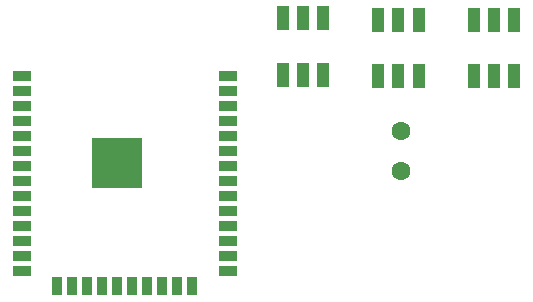
<source format=gbr>
%TF.GenerationSoftware,KiCad,Pcbnew,8.0.4*%
%TF.CreationDate,2024-07-25T02:22:49-04:00*%
%TF.ProjectId,esp32-mqtt-bot,65737033-322d-46d7-9174-742d626f742e,rev?*%
%TF.SameCoordinates,Original*%
%TF.FileFunction,Soldermask,Top*%
%TF.FilePolarity,Negative*%
%FSLAX46Y46*%
G04 Gerber Fmt 4.6, Leading zero omitted, Abs format (unit mm)*
G04 Created by KiCad (PCBNEW 8.0.4) date 2024-07-25 02:22:49*
%MOMM*%
%LPD*%
G01*
G04 APERTURE LIST*
%ADD10R,1.100000X2.000000*%
%ADD11C,1.600000*%
%ADD12R,1.500000X0.900000*%
%ADD13R,0.900000X1.500000*%
%ADD14C,0.600000*%
%ADD15R,4.200000X4.200000*%
G04 APERTURE END LIST*
D10*
%TO.C,D3*%
X116736666Y-94200000D03*
X115036666Y-94200000D03*
X113336666Y-94200000D03*
X113336666Y-99000000D03*
X115036666Y-99000000D03*
X116736666Y-99000000D03*
%TD*%
%TO.C,D2*%
X124818332Y-94300000D03*
X123118332Y-94300000D03*
X121418332Y-94300000D03*
X121418332Y-99100000D03*
X123118332Y-99100000D03*
X124818332Y-99100000D03*
%TD*%
%TO.C,D1*%
X132900000Y-94300000D03*
X131200000Y-94300000D03*
X129500000Y-94300000D03*
X129500000Y-99100000D03*
X131200000Y-99100000D03*
X132900000Y-99100000D03*
%TD*%
D11*
%TO.C,R1*%
X123300000Y-107100000D03*
X123300000Y-103700000D03*
%TD*%
D12*
%TO.C,U1*%
X91205000Y-99085000D03*
X91205000Y-100355000D03*
X91205000Y-101625000D03*
X91205000Y-102895000D03*
X91205000Y-104165000D03*
X91205000Y-105435000D03*
X91205000Y-106705000D03*
X91205000Y-107975000D03*
X91205000Y-109245000D03*
X91205000Y-110515000D03*
X91205000Y-111785000D03*
X91205000Y-113055000D03*
X91205000Y-114325000D03*
X91205000Y-115595000D03*
D13*
X94245000Y-116845000D03*
X95515000Y-116845000D03*
X96785000Y-116845000D03*
X98055000Y-116845000D03*
X99325000Y-116845000D03*
X100595000Y-116845000D03*
X101865000Y-116845000D03*
X103135000Y-116845000D03*
X104405000Y-116845000D03*
X105675000Y-116845000D03*
D12*
X108705000Y-115595000D03*
X108705000Y-114325000D03*
X108705000Y-113055000D03*
X108705000Y-111785000D03*
X108705000Y-110515000D03*
X108705000Y-109245000D03*
X108705000Y-107975000D03*
X108705000Y-106705000D03*
X108705000Y-105435000D03*
X108705000Y-104165000D03*
X108705000Y-102895000D03*
X108705000Y-101625000D03*
X108705000Y-100355000D03*
X108705000Y-99085000D03*
D14*
X97750000Y-105662500D03*
X97750000Y-107187500D03*
X98512500Y-104900000D03*
X98512500Y-106425000D03*
X98512500Y-107950000D03*
X99275000Y-105662500D03*
D15*
X99275000Y-106425000D03*
D14*
X99275000Y-107187500D03*
X100037500Y-104900000D03*
X100037500Y-106425000D03*
X100037500Y-107950000D03*
X100800000Y-105662500D03*
X100800000Y-107187500D03*
%TD*%
M02*

</source>
